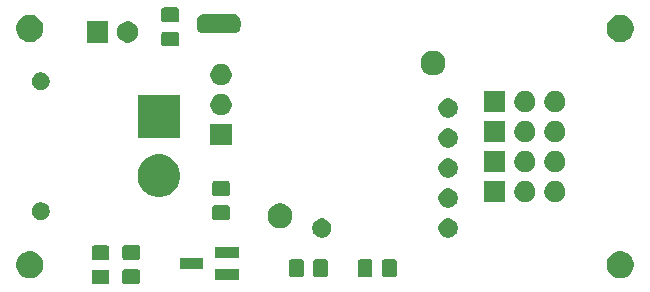
<source format=gts>
G04 #@! TF.GenerationSoftware,KiCad,Pcbnew,(5.1.5)-3*
G04 #@! TF.CreationDate,2021-10-17T14:13:30-07:00*
G04 #@! TF.ProjectId,pololu_regulator_breakout,706f6c6f-6c75-45f7-9265-67756c61746f,rev?*
G04 #@! TF.SameCoordinates,Original*
G04 #@! TF.FileFunction,Soldermask,Top*
G04 #@! TF.FilePolarity,Negative*
%FSLAX46Y46*%
G04 Gerber Fmt 4.6, Leading zero omitted, Abs format (unit mm)*
G04 Created by KiCad (PCBNEW (5.1.5)-3) date 2021-10-17 14:13:30*
%MOMM*%
%LPD*%
G04 APERTURE LIST*
%ADD10C,0.100000*%
G04 APERTURE END LIST*
D10*
G36*
X126588674Y-90428465D02*
G01*
X126626367Y-90439899D01*
X126661103Y-90458466D01*
X126691548Y-90483452D01*
X126716534Y-90513897D01*
X126735101Y-90548633D01*
X126746535Y-90586326D01*
X126751000Y-90631661D01*
X126751000Y-91468339D01*
X126746535Y-91513674D01*
X126735101Y-91551367D01*
X126716534Y-91586103D01*
X126691548Y-91616548D01*
X126661103Y-91641534D01*
X126626367Y-91660101D01*
X126588674Y-91671535D01*
X126543339Y-91676000D01*
X125456661Y-91676000D01*
X125411326Y-91671535D01*
X125373633Y-91660101D01*
X125338897Y-91641534D01*
X125308452Y-91616548D01*
X125283466Y-91586103D01*
X125264899Y-91551367D01*
X125253465Y-91513674D01*
X125249000Y-91468339D01*
X125249000Y-90631661D01*
X125253465Y-90586326D01*
X125264899Y-90548633D01*
X125283466Y-90513897D01*
X125308452Y-90483452D01*
X125338897Y-90458466D01*
X125373633Y-90439899D01*
X125411326Y-90428465D01*
X125456661Y-90424000D01*
X126543339Y-90424000D01*
X126588674Y-90428465D01*
G37*
G36*
X129188674Y-90403465D02*
G01*
X129226367Y-90414899D01*
X129261103Y-90433466D01*
X129291548Y-90458452D01*
X129316534Y-90488897D01*
X129335101Y-90523633D01*
X129346535Y-90561326D01*
X129351000Y-90606661D01*
X129351000Y-91443339D01*
X129346535Y-91488674D01*
X129335101Y-91526367D01*
X129316534Y-91561103D01*
X129291548Y-91591548D01*
X129261103Y-91616534D01*
X129226367Y-91635101D01*
X129188674Y-91646535D01*
X129143339Y-91651000D01*
X128056661Y-91651000D01*
X128011326Y-91646535D01*
X127973633Y-91635101D01*
X127938897Y-91616534D01*
X127908452Y-91591548D01*
X127883466Y-91561103D01*
X127864899Y-91526367D01*
X127853465Y-91488674D01*
X127849000Y-91443339D01*
X127849000Y-90606661D01*
X127853465Y-90561326D01*
X127864899Y-90523633D01*
X127883466Y-90488897D01*
X127908452Y-90458452D01*
X127938897Y-90433466D01*
X127973633Y-90414899D01*
X128011326Y-90403465D01*
X128056661Y-90399000D01*
X129143339Y-90399000D01*
X129188674Y-90403465D01*
G37*
G36*
X137701000Y-91301000D02*
G01*
X135699000Y-91301000D01*
X135699000Y-90399000D01*
X137701000Y-90399000D01*
X137701000Y-91301000D01*
G37*
G36*
X170224549Y-88871116D02*
G01*
X170335734Y-88893232D01*
X170545203Y-88979997D01*
X170733720Y-89105960D01*
X170894040Y-89266280D01*
X171020003Y-89454797D01*
X171106768Y-89664266D01*
X171151000Y-89886636D01*
X171151000Y-90113364D01*
X171106768Y-90335734D01*
X171020003Y-90545203D01*
X170894040Y-90733720D01*
X170733720Y-90894040D01*
X170545203Y-91020003D01*
X170545202Y-91020004D01*
X170545201Y-91020004D01*
X170508753Y-91035101D01*
X170335734Y-91106768D01*
X170224549Y-91128884D01*
X170113365Y-91151000D01*
X169886635Y-91151000D01*
X169775451Y-91128884D01*
X169664266Y-91106768D01*
X169491247Y-91035101D01*
X169454799Y-91020004D01*
X169454798Y-91020004D01*
X169454797Y-91020003D01*
X169266280Y-90894040D01*
X169105960Y-90733720D01*
X168979997Y-90545203D01*
X168893232Y-90335734D01*
X168849000Y-90113364D01*
X168849000Y-89886636D01*
X168893232Y-89664266D01*
X168979997Y-89454797D01*
X169105960Y-89266280D01*
X169266280Y-89105960D01*
X169454797Y-88979997D01*
X169664266Y-88893232D01*
X169775451Y-88871116D01*
X169886635Y-88849000D01*
X170113365Y-88849000D01*
X170224549Y-88871116D01*
G37*
G36*
X120224549Y-88871116D02*
G01*
X120335734Y-88893232D01*
X120545203Y-88979997D01*
X120733720Y-89105960D01*
X120894040Y-89266280D01*
X121020003Y-89454797D01*
X121106768Y-89664266D01*
X121151000Y-89886636D01*
X121151000Y-90113364D01*
X121106768Y-90335734D01*
X121020003Y-90545203D01*
X120894040Y-90733720D01*
X120733720Y-90894040D01*
X120545203Y-91020003D01*
X120545202Y-91020004D01*
X120545201Y-91020004D01*
X120508753Y-91035101D01*
X120335734Y-91106768D01*
X120224549Y-91128884D01*
X120113365Y-91151000D01*
X119886635Y-91151000D01*
X119775451Y-91128884D01*
X119664266Y-91106768D01*
X119491247Y-91035101D01*
X119454799Y-91020004D01*
X119454798Y-91020004D01*
X119454797Y-91020003D01*
X119266280Y-90894040D01*
X119105960Y-90733720D01*
X118979997Y-90545203D01*
X118893232Y-90335734D01*
X118849000Y-90113364D01*
X118849000Y-89886636D01*
X118893232Y-89664266D01*
X118979997Y-89454797D01*
X119105960Y-89266280D01*
X119266280Y-89105960D01*
X119454797Y-88979997D01*
X119664266Y-88893232D01*
X119775451Y-88871116D01*
X119886635Y-88849000D01*
X120113365Y-88849000D01*
X120224549Y-88871116D01*
G37*
G36*
X150913674Y-89553465D02*
G01*
X150951367Y-89564899D01*
X150986103Y-89583466D01*
X151016548Y-89608452D01*
X151041534Y-89638897D01*
X151060101Y-89673633D01*
X151071535Y-89711326D01*
X151076000Y-89756661D01*
X151076000Y-90843339D01*
X151071535Y-90888674D01*
X151060101Y-90926367D01*
X151041534Y-90961103D01*
X151016548Y-90991548D01*
X150986103Y-91016534D01*
X150951367Y-91035101D01*
X150913674Y-91046535D01*
X150868339Y-91051000D01*
X150031661Y-91051000D01*
X149986326Y-91046535D01*
X149948633Y-91035101D01*
X149913897Y-91016534D01*
X149883452Y-90991548D01*
X149858466Y-90961103D01*
X149839899Y-90926367D01*
X149828465Y-90888674D01*
X149824000Y-90843339D01*
X149824000Y-89756661D01*
X149828465Y-89711326D01*
X149839899Y-89673633D01*
X149858466Y-89638897D01*
X149883452Y-89608452D01*
X149913897Y-89583466D01*
X149948633Y-89564899D01*
X149986326Y-89553465D01*
X150031661Y-89549000D01*
X150868339Y-89549000D01*
X150913674Y-89553465D01*
G37*
G36*
X148863674Y-89553465D02*
G01*
X148901367Y-89564899D01*
X148936103Y-89583466D01*
X148966548Y-89608452D01*
X148991534Y-89638897D01*
X149010101Y-89673633D01*
X149021535Y-89711326D01*
X149026000Y-89756661D01*
X149026000Y-90843339D01*
X149021535Y-90888674D01*
X149010101Y-90926367D01*
X148991534Y-90961103D01*
X148966548Y-90991548D01*
X148936103Y-91016534D01*
X148901367Y-91035101D01*
X148863674Y-91046535D01*
X148818339Y-91051000D01*
X147981661Y-91051000D01*
X147936326Y-91046535D01*
X147898633Y-91035101D01*
X147863897Y-91016534D01*
X147833452Y-90991548D01*
X147808466Y-90961103D01*
X147789899Y-90926367D01*
X147778465Y-90888674D01*
X147774000Y-90843339D01*
X147774000Y-89756661D01*
X147778465Y-89711326D01*
X147789899Y-89673633D01*
X147808466Y-89638897D01*
X147833452Y-89608452D01*
X147863897Y-89583466D01*
X147898633Y-89564899D01*
X147936326Y-89553465D01*
X147981661Y-89549000D01*
X148818339Y-89549000D01*
X148863674Y-89553465D01*
G37*
G36*
X145088674Y-89553465D02*
G01*
X145126367Y-89564899D01*
X145161103Y-89583466D01*
X145191548Y-89608452D01*
X145216534Y-89638897D01*
X145235101Y-89673633D01*
X145246535Y-89711326D01*
X145251000Y-89756661D01*
X145251000Y-90843339D01*
X145246535Y-90888674D01*
X145235101Y-90926367D01*
X145216534Y-90961103D01*
X145191548Y-90991548D01*
X145161103Y-91016534D01*
X145126367Y-91035101D01*
X145088674Y-91046535D01*
X145043339Y-91051000D01*
X144206661Y-91051000D01*
X144161326Y-91046535D01*
X144123633Y-91035101D01*
X144088897Y-91016534D01*
X144058452Y-90991548D01*
X144033466Y-90961103D01*
X144014899Y-90926367D01*
X144003465Y-90888674D01*
X143999000Y-90843339D01*
X143999000Y-89756661D01*
X144003465Y-89711326D01*
X144014899Y-89673633D01*
X144033466Y-89638897D01*
X144058452Y-89608452D01*
X144088897Y-89583466D01*
X144123633Y-89564899D01*
X144161326Y-89553465D01*
X144206661Y-89549000D01*
X145043339Y-89549000D01*
X145088674Y-89553465D01*
G37*
G36*
X143038674Y-89553465D02*
G01*
X143076367Y-89564899D01*
X143111103Y-89583466D01*
X143141548Y-89608452D01*
X143166534Y-89638897D01*
X143185101Y-89673633D01*
X143196535Y-89711326D01*
X143201000Y-89756661D01*
X143201000Y-90843339D01*
X143196535Y-90888674D01*
X143185101Y-90926367D01*
X143166534Y-90961103D01*
X143141548Y-90991548D01*
X143111103Y-91016534D01*
X143076367Y-91035101D01*
X143038674Y-91046535D01*
X142993339Y-91051000D01*
X142156661Y-91051000D01*
X142111326Y-91046535D01*
X142073633Y-91035101D01*
X142038897Y-91016534D01*
X142008452Y-90991548D01*
X141983466Y-90961103D01*
X141964899Y-90926367D01*
X141953465Y-90888674D01*
X141949000Y-90843339D01*
X141949000Y-89756661D01*
X141953465Y-89711326D01*
X141964899Y-89673633D01*
X141983466Y-89638897D01*
X142008452Y-89608452D01*
X142038897Y-89583466D01*
X142073633Y-89564899D01*
X142111326Y-89553465D01*
X142156661Y-89549000D01*
X142993339Y-89549000D01*
X143038674Y-89553465D01*
G37*
G36*
X134701000Y-90351000D02*
G01*
X132699000Y-90351000D01*
X132699000Y-89449000D01*
X134701000Y-89449000D01*
X134701000Y-90351000D01*
G37*
G36*
X126588674Y-88378465D02*
G01*
X126626367Y-88389899D01*
X126661103Y-88408466D01*
X126691548Y-88433452D01*
X126716534Y-88463897D01*
X126735101Y-88498633D01*
X126746535Y-88536326D01*
X126751000Y-88581661D01*
X126751000Y-89418339D01*
X126746535Y-89463674D01*
X126735101Y-89501367D01*
X126716534Y-89536103D01*
X126691548Y-89566548D01*
X126661103Y-89591534D01*
X126626367Y-89610101D01*
X126588674Y-89621535D01*
X126543339Y-89626000D01*
X125456661Y-89626000D01*
X125411326Y-89621535D01*
X125373633Y-89610101D01*
X125338897Y-89591534D01*
X125308452Y-89566548D01*
X125283466Y-89536103D01*
X125264899Y-89501367D01*
X125253465Y-89463674D01*
X125249000Y-89418339D01*
X125249000Y-88581661D01*
X125253465Y-88536326D01*
X125264899Y-88498633D01*
X125283466Y-88463897D01*
X125308452Y-88433452D01*
X125338897Y-88408466D01*
X125373633Y-88389899D01*
X125411326Y-88378465D01*
X125456661Y-88374000D01*
X126543339Y-88374000D01*
X126588674Y-88378465D01*
G37*
G36*
X129188674Y-88353465D02*
G01*
X129226367Y-88364899D01*
X129261103Y-88383466D01*
X129291548Y-88408452D01*
X129316534Y-88438897D01*
X129335101Y-88473633D01*
X129346535Y-88511326D01*
X129351000Y-88556661D01*
X129351000Y-89393339D01*
X129346535Y-89438674D01*
X129335101Y-89476367D01*
X129316534Y-89511103D01*
X129291548Y-89541548D01*
X129261103Y-89566534D01*
X129226367Y-89585101D01*
X129188674Y-89596535D01*
X129143339Y-89601000D01*
X128056661Y-89601000D01*
X128011326Y-89596535D01*
X127973633Y-89585101D01*
X127938897Y-89566534D01*
X127908452Y-89541548D01*
X127883466Y-89511103D01*
X127864899Y-89476367D01*
X127853465Y-89438674D01*
X127849000Y-89393339D01*
X127849000Y-88556661D01*
X127853465Y-88511326D01*
X127864899Y-88473633D01*
X127883466Y-88438897D01*
X127908452Y-88408452D01*
X127938897Y-88383466D01*
X127973633Y-88364899D01*
X128011326Y-88353465D01*
X128056661Y-88349000D01*
X129143339Y-88349000D01*
X129188674Y-88353465D01*
G37*
G36*
X137701000Y-89401000D02*
G01*
X135699000Y-89401000D01*
X135699000Y-88499000D01*
X137701000Y-88499000D01*
X137701000Y-89401000D01*
G37*
G36*
X155659742Y-86116722D02*
G01*
X155807701Y-86178009D01*
X155940855Y-86266979D01*
X156054101Y-86380225D01*
X156143071Y-86513379D01*
X156204358Y-86661338D01*
X156235600Y-86818405D01*
X156235600Y-86978555D01*
X156204358Y-87135622D01*
X156143071Y-87283581D01*
X156054101Y-87416735D01*
X155940855Y-87529981D01*
X155807701Y-87618951D01*
X155659742Y-87680238D01*
X155502675Y-87711480D01*
X155342525Y-87711480D01*
X155185458Y-87680238D01*
X155037499Y-87618951D01*
X154904345Y-87529981D01*
X154791099Y-87416735D01*
X154702129Y-87283581D01*
X154640842Y-87135622D01*
X154609600Y-86978555D01*
X154609600Y-86818405D01*
X154640842Y-86661338D01*
X154702129Y-86513379D01*
X154791099Y-86380225D01*
X154904345Y-86266979D01*
X155037499Y-86178009D01*
X155185458Y-86116722D01*
X155342525Y-86085480D01*
X155502675Y-86085480D01*
X155659742Y-86116722D01*
G37*
G36*
X144969742Y-86116722D02*
G01*
X145117701Y-86178009D01*
X145250855Y-86266979D01*
X145364101Y-86380225D01*
X145453071Y-86513379D01*
X145514358Y-86661338D01*
X145545600Y-86818405D01*
X145545600Y-86978555D01*
X145514358Y-87135622D01*
X145453071Y-87283581D01*
X145364101Y-87416735D01*
X145250855Y-87529981D01*
X145117701Y-87618951D01*
X144969742Y-87680238D01*
X144812675Y-87711480D01*
X144652525Y-87711480D01*
X144495458Y-87680238D01*
X144347499Y-87618951D01*
X144214345Y-87529981D01*
X144101099Y-87416735D01*
X144012129Y-87283581D01*
X143950842Y-87135622D01*
X143919600Y-86978555D01*
X143919600Y-86818405D01*
X143950842Y-86661338D01*
X144012129Y-86513379D01*
X144101099Y-86380225D01*
X144214345Y-86266979D01*
X144347499Y-86178009D01*
X144495458Y-86116722D01*
X144652525Y-86085480D01*
X144812675Y-86085480D01*
X144969742Y-86116722D01*
G37*
G36*
X141499164Y-84857869D02*
G01*
X141690433Y-84937095D01*
X141690435Y-84937096D01*
X141776672Y-84994718D01*
X141862573Y-85052115D01*
X142008965Y-85198507D01*
X142123985Y-85370647D01*
X142203211Y-85561916D01*
X142243600Y-85764964D01*
X142243600Y-85971996D01*
X142203211Y-86175044D01*
X142123985Y-86366313D01*
X142123984Y-86366315D01*
X142008965Y-86538453D01*
X141862573Y-86684845D01*
X141690435Y-86799864D01*
X141690434Y-86799865D01*
X141690433Y-86799865D01*
X141499164Y-86879091D01*
X141296116Y-86919480D01*
X141089084Y-86919480D01*
X140886036Y-86879091D01*
X140694767Y-86799865D01*
X140694766Y-86799865D01*
X140694765Y-86799864D01*
X140522627Y-86684845D01*
X140376235Y-86538453D01*
X140261216Y-86366315D01*
X140261215Y-86366313D01*
X140181989Y-86175044D01*
X140141600Y-85971996D01*
X140141600Y-85764964D01*
X140181989Y-85561916D01*
X140261215Y-85370647D01*
X140376235Y-85198507D01*
X140522627Y-85052115D01*
X140608528Y-84994718D01*
X140694765Y-84937096D01*
X140694767Y-84937095D01*
X140886036Y-84857869D01*
X141089084Y-84817480D01*
X141296116Y-84817480D01*
X141499164Y-84857869D01*
G37*
G36*
X136788674Y-84978465D02*
G01*
X136826367Y-84989899D01*
X136861103Y-85008466D01*
X136891548Y-85033452D01*
X136916534Y-85063897D01*
X136935101Y-85098633D01*
X136946535Y-85136326D01*
X136951000Y-85181661D01*
X136951000Y-86018339D01*
X136946535Y-86063674D01*
X136935101Y-86101367D01*
X136916534Y-86136103D01*
X136891548Y-86166548D01*
X136861103Y-86191534D01*
X136826367Y-86210101D01*
X136788674Y-86221535D01*
X136743339Y-86226000D01*
X135656661Y-86226000D01*
X135611326Y-86221535D01*
X135573633Y-86210101D01*
X135538897Y-86191534D01*
X135508452Y-86166548D01*
X135483466Y-86136103D01*
X135464899Y-86101367D01*
X135453465Y-86063674D01*
X135449000Y-86018339D01*
X135449000Y-85181661D01*
X135453465Y-85136326D01*
X135464899Y-85098633D01*
X135483466Y-85063897D01*
X135508452Y-85033452D01*
X135538897Y-85008466D01*
X135573633Y-84989899D01*
X135611326Y-84978465D01*
X135656661Y-84974000D01*
X136743339Y-84974000D01*
X136788674Y-84978465D01*
G37*
G36*
X121134542Y-84743580D02*
G01*
X121156059Y-84747860D01*
X121292732Y-84804472D01*
X121415735Y-84886660D01*
X121520340Y-84991265D01*
X121602528Y-85114268D01*
X121659140Y-85250941D01*
X121688000Y-85396033D01*
X121688000Y-85543967D01*
X121659140Y-85689059D01*
X121602528Y-85825732D01*
X121520340Y-85948735D01*
X121415735Y-86053340D01*
X121292732Y-86135528D01*
X121292731Y-86135529D01*
X121292730Y-86135529D01*
X121156059Y-86192140D01*
X121010968Y-86221000D01*
X120863032Y-86221000D01*
X120717941Y-86192140D01*
X120581270Y-86135529D01*
X120581269Y-86135529D01*
X120581268Y-86135528D01*
X120458265Y-86053340D01*
X120353660Y-85948735D01*
X120271472Y-85825732D01*
X120214860Y-85689059D01*
X120186000Y-85543967D01*
X120186000Y-85396033D01*
X120214860Y-85250941D01*
X120271472Y-85114268D01*
X120353660Y-84991265D01*
X120458265Y-84886660D01*
X120581268Y-84804472D01*
X120717941Y-84747860D01*
X120739458Y-84743580D01*
X120863032Y-84719000D01*
X121010968Y-84719000D01*
X121134542Y-84743580D01*
G37*
G36*
X155659742Y-83576722D02*
G01*
X155807701Y-83638009D01*
X155940855Y-83726979D01*
X156054101Y-83840225D01*
X156143071Y-83973379D01*
X156204358Y-84121338D01*
X156235600Y-84278405D01*
X156235600Y-84438555D01*
X156204358Y-84595622D01*
X156143071Y-84743581D01*
X156054101Y-84876735D01*
X155940855Y-84989981D01*
X155807701Y-85078951D01*
X155659742Y-85140238D01*
X155502675Y-85171480D01*
X155342525Y-85171480D01*
X155185458Y-85140238D01*
X155037499Y-85078951D01*
X154904345Y-84989981D01*
X154791099Y-84876735D01*
X154702129Y-84743581D01*
X154640842Y-84595622D01*
X154609600Y-84438555D01*
X154609600Y-84278405D01*
X154640842Y-84121338D01*
X154702129Y-83973379D01*
X154791099Y-83840225D01*
X154904345Y-83726979D01*
X155037499Y-83638009D01*
X155185458Y-83576722D01*
X155342525Y-83545480D01*
X155502675Y-83545480D01*
X155659742Y-83576722D01*
G37*
G36*
X164578512Y-82923927D02*
G01*
X164727812Y-82953624D01*
X164891784Y-83021544D01*
X165039354Y-83120147D01*
X165164853Y-83245646D01*
X165263456Y-83393216D01*
X165331376Y-83557188D01*
X165366000Y-83731259D01*
X165366000Y-83908741D01*
X165331376Y-84082812D01*
X165263456Y-84246784D01*
X165164853Y-84394354D01*
X165039354Y-84519853D01*
X164891784Y-84618456D01*
X164727812Y-84686376D01*
X164578512Y-84716073D01*
X164553742Y-84721000D01*
X164376258Y-84721000D01*
X164351488Y-84716073D01*
X164202188Y-84686376D01*
X164038216Y-84618456D01*
X163890646Y-84519853D01*
X163765147Y-84394354D01*
X163666544Y-84246784D01*
X163598624Y-84082812D01*
X163564000Y-83908741D01*
X163564000Y-83731259D01*
X163598624Y-83557188D01*
X163666544Y-83393216D01*
X163765147Y-83245646D01*
X163890646Y-83120147D01*
X164038216Y-83021544D01*
X164202188Y-82953624D01*
X164351488Y-82923927D01*
X164376258Y-82919000D01*
X164553742Y-82919000D01*
X164578512Y-82923927D01*
G37*
G36*
X162038512Y-82923927D02*
G01*
X162187812Y-82953624D01*
X162351784Y-83021544D01*
X162499354Y-83120147D01*
X162624853Y-83245646D01*
X162723456Y-83393216D01*
X162791376Y-83557188D01*
X162826000Y-83731259D01*
X162826000Y-83908741D01*
X162791376Y-84082812D01*
X162723456Y-84246784D01*
X162624853Y-84394354D01*
X162499354Y-84519853D01*
X162351784Y-84618456D01*
X162187812Y-84686376D01*
X162038512Y-84716073D01*
X162013742Y-84721000D01*
X161836258Y-84721000D01*
X161811488Y-84716073D01*
X161662188Y-84686376D01*
X161498216Y-84618456D01*
X161350646Y-84519853D01*
X161225147Y-84394354D01*
X161126544Y-84246784D01*
X161058624Y-84082812D01*
X161024000Y-83908741D01*
X161024000Y-83731259D01*
X161058624Y-83557188D01*
X161126544Y-83393216D01*
X161225147Y-83245646D01*
X161350646Y-83120147D01*
X161498216Y-83021544D01*
X161662188Y-82953624D01*
X161811488Y-82923927D01*
X161836258Y-82919000D01*
X162013742Y-82919000D01*
X162038512Y-82923927D01*
G37*
G36*
X160286000Y-84721000D02*
G01*
X158484000Y-84721000D01*
X158484000Y-82919000D01*
X160286000Y-82919000D01*
X160286000Y-84721000D01*
G37*
G36*
X131462331Y-80738211D02*
G01*
X131790092Y-80873974D01*
X132085070Y-81071072D01*
X132335928Y-81321930D01*
X132533026Y-81616908D01*
X132668789Y-81944669D01*
X132738000Y-82292616D01*
X132738000Y-82647384D01*
X132668789Y-82995331D01*
X132533026Y-83323092D01*
X132335928Y-83618070D01*
X132085070Y-83868928D01*
X131790092Y-84066026D01*
X131462331Y-84201789D01*
X131114384Y-84271000D01*
X130759616Y-84271000D01*
X130411669Y-84201789D01*
X130083908Y-84066026D01*
X129788930Y-83868928D01*
X129538072Y-83618070D01*
X129340974Y-83323092D01*
X129205211Y-82995331D01*
X129136000Y-82647384D01*
X129136000Y-82292616D01*
X129205211Y-81944669D01*
X129340974Y-81616908D01*
X129538072Y-81321930D01*
X129788930Y-81071072D01*
X130083908Y-80873974D01*
X130411669Y-80738211D01*
X130759616Y-80669000D01*
X131114384Y-80669000D01*
X131462331Y-80738211D01*
G37*
G36*
X136788674Y-82928465D02*
G01*
X136826367Y-82939899D01*
X136861103Y-82958466D01*
X136891548Y-82983452D01*
X136916534Y-83013897D01*
X136935101Y-83048633D01*
X136946535Y-83086326D01*
X136951000Y-83131661D01*
X136951000Y-83968339D01*
X136946535Y-84013674D01*
X136935101Y-84051367D01*
X136916534Y-84086103D01*
X136891548Y-84116548D01*
X136861103Y-84141534D01*
X136826367Y-84160101D01*
X136788674Y-84171535D01*
X136743339Y-84176000D01*
X135656661Y-84176000D01*
X135611326Y-84171535D01*
X135573633Y-84160101D01*
X135538897Y-84141534D01*
X135508452Y-84116548D01*
X135483466Y-84086103D01*
X135464899Y-84051367D01*
X135453465Y-84013674D01*
X135449000Y-83968339D01*
X135449000Y-83131661D01*
X135453465Y-83086326D01*
X135464899Y-83048633D01*
X135483466Y-83013897D01*
X135508452Y-82983452D01*
X135538897Y-82958466D01*
X135573633Y-82939899D01*
X135611326Y-82928465D01*
X135656661Y-82924000D01*
X136743339Y-82924000D01*
X136788674Y-82928465D01*
G37*
G36*
X155659742Y-81036722D02*
G01*
X155807701Y-81098009D01*
X155940855Y-81186979D01*
X156054101Y-81300225D01*
X156143071Y-81433379D01*
X156204358Y-81581338D01*
X156235600Y-81738405D01*
X156235600Y-81898555D01*
X156204358Y-82055622D01*
X156143071Y-82203581D01*
X156054101Y-82336735D01*
X155940855Y-82449981D01*
X155807701Y-82538951D01*
X155659742Y-82600238D01*
X155502675Y-82631480D01*
X155342525Y-82631480D01*
X155185458Y-82600238D01*
X155037499Y-82538951D01*
X154904345Y-82449981D01*
X154791099Y-82336735D01*
X154702129Y-82203581D01*
X154640842Y-82055622D01*
X154609600Y-81898555D01*
X154609600Y-81738405D01*
X154640842Y-81581338D01*
X154702129Y-81433379D01*
X154791099Y-81300225D01*
X154904345Y-81186979D01*
X155037499Y-81098009D01*
X155185458Y-81036722D01*
X155342525Y-81005480D01*
X155502675Y-81005480D01*
X155659742Y-81036722D01*
G37*
G36*
X164578512Y-80383927D02*
G01*
X164727812Y-80413624D01*
X164891784Y-80481544D01*
X165039354Y-80580147D01*
X165164853Y-80705646D01*
X165263456Y-80853216D01*
X165331376Y-81017188D01*
X165366000Y-81191259D01*
X165366000Y-81368741D01*
X165331376Y-81542812D01*
X165263456Y-81706784D01*
X165164853Y-81854354D01*
X165039354Y-81979853D01*
X164891784Y-82078456D01*
X164727812Y-82146376D01*
X164578512Y-82176073D01*
X164553742Y-82181000D01*
X164376258Y-82181000D01*
X164351488Y-82176073D01*
X164202188Y-82146376D01*
X164038216Y-82078456D01*
X163890646Y-81979853D01*
X163765147Y-81854354D01*
X163666544Y-81706784D01*
X163598624Y-81542812D01*
X163564000Y-81368741D01*
X163564000Y-81191259D01*
X163598624Y-81017188D01*
X163666544Y-80853216D01*
X163765147Y-80705646D01*
X163890646Y-80580147D01*
X164038216Y-80481544D01*
X164202188Y-80413624D01*
X164351488Y-80383927D01*
X164376258Y-80379000D01*
X164553742Y-80379000D01*
X164578512Y-80383927D01*
G37*
G36*
X160286000Y-82181000D02*
G01*
X158484000Y-82181000D01*
X158484000Y-80379000D01*
X160286000Y-80379000D01*
X160286000Y-82181000D01*
G37*
G36*
X162038512Y-80383927D02*
G01*
X162187812Y-80413624D01*
X162351784Y-80481544D01*
X162499354Y-80580147D01*
X162624853Y-80705646D01*
X162723456Y-80853216D01*
X162791376Y-81017188D01*
X162826000Y-81191259D01*
X162826000Y-81368741D01*
X162791376Y-81542812D01*
X162723456Y-81706784D01*
X162624853Y-81854354D01*
X162499354Y-81979853D01*
X162351784Y-82078456D01*
X162187812Y-82146376D01*
X162038512Y-82176073D01*
X162013742Y-82181000D01*
X161836258Y-82181000D01*
X161811488Y-82176073D01*
X161662188Y-82146376D01*
X161498216Y-82078456D01*
X161350646Y-81979853D01*
X161225147Y-81854354D01*
X161126544Y-81706784D01*
X161058624Y-81542812D01*
X161024000Y-81368741D01*
X161024000Y-81191259D01*
X161058624Y-81017188D01*
X161126544Y-80853216D01*
X161225147Y-80705646D01*
X161350646Y-80580147D01*
X161498216Y-80481544D01*
X161662188Y-80413624D01*
X161811488Y-80383927D01*
X161836258Y-80379000D01*
X162013742Y-80379000D01*
X162038512Y-80383927D01*
G37*
G36*
X155659742Y-78496722D02*
G01*
X155807701Y-78558009D01*
X155940855Y-78646979D01*
X156054101Y-78760225D01*
X156143071Y-78893379D01*
X156204358Y-79041338D01*
X156235600Y-79198405D01*
X156235600Y-79358555D01*
X156204358Y-79515622D01*
X156143071Y-79663581D01*
X156054101Y-79796735D01*
X155940855Y-79909981D01*
X155807701Y-79998951D01*
X155659742Y-80060238D01*
X155502675Y-80091480D01*
X155342525Y-80091480D01*
X155185458Y-80060238D01*
X155037499Y-79998951D01*
X154904345Y-79909981D01*
X154791099Y-79796735D01*
X154702129Y-79663581D01*
X154640842Y-79515622D01*
X154609600Y-79358555D01*
X154609600Y-79198405D01*
X154640842Y-79041338D01*
X154702129Y-78893379D01*
X154791099Y-78760225D01*
X154904345Y-78646979D01*
X155037499Y-78558009D01*
X155185458Y-78496722D01*
X155342525Y-78465480D01*
X155502675Y-78465480D01*
X155659742Y-78496722D01*
G37*
G36*
X137101000Y-79901000D02*
G01*
X135299000Y-79901000D01*
X135299000Y-78099000D01*
X137101000Y-78099000D01*
X137101000Y-79901000D01*
G37*
G36*
X164578512Y-77843927D02*
G01*
X164727812Y-77873624D01*
X164891784Y-77941544D01*
X165039354Y-78040147D01*
X165164853Y-78165646D01*
X165263456Y-78313216D01*
X165331376Y-78477188D01*
X165366000Y-78651259D01*
X165366000Y-78828741D01*
X165331376Y-79002812D01*
X165263456Y-79166784D01*
X165164853Y-79314354D01*
X165039354Y-79439853D01*
X164891784Y-79538456D01*
X164727812Y-79606376D01*
X164578512Y-79636073D01*
X164553742Y-79641000D01*
X164376258Y-79641000D01*
X164351488Y-79636073D01*
X164202188Y-79606376D01*
X164038216Y-79538456D01*
X163890646Y-79439853D01*
X163765147Y-79314354D01*
X163666544Y-79166784D01*
X163598624Y-79002812D01*
X163564000Y-78828741D01*
X163564000Y-78651259D01*
X163598624Y-78477188D01*
X163666544Y-78313216D01*
X163765147Y-78165646D01*
X163890646Y-78040147D01*
X164038216Y-77941544D01*
X164202188Y-77873624D01*
X164351488Y-77843927D01*
X164376258Y-77839000D01*
X164553742Y-77839000D01*
X164578512Y-77843927D01*
G37*
G36*
X162038512Y-77843927D02*
G01*
X162187812Y-77873624D01*
X162351784Y-77941544D01*
X162499354Y-78040147D01*
X162624853Y-78165646D01*
X162723456Y-78313216D01*
X162791376Y-78477188D01*
X162826000Y-78651259D01*
X162826000Y-78828741D01*
X162791376Y-79002812D01*
X162723456Y-79166784D01*
X162624853Y-79314354D01*
X162499354Y-79439853D01*
X162351784Y-79538456D01*
X162187812Y-79606376D01*
X162038512Y-79636073D01*
X162013742Y-79641000D01*
X161836258Y-79641000D01*
X161811488Y-79636073D01*
X161662188Y-79606376D01*
X161498216Y-79538456D01*
X161350646Y-79439853D01*
X161225147Y-79314354D01*
X161126544Y-79166784D01*
X161058624Y-79002812D01*
X161024000Y-78828741D01*
X161024000Y-78651259D01*
X161058624Y-78477188D01*
X161126544Y-78313216D01*
X161225147Y-78165646D01*
X161350646Y-78040147D01*
X161498216Y-77941544D01*
X161662188Y-77873624D01*
X161811488Y-77843927D01*
X161836258Y-77839000D01*
X162013742Y-77839000D01*
X162038512Y-77843927D01*
G37*
G36*
X160286000Y-79641000D02*
G01*
X158484000Y-79641000D01*
X158484000Y-77839000D01*
X160286000Y-77839000D01*
X160286000Y-79641000D01*
G37*
G36*
X132738000Y-79271000D02*
G01*
X129136000Y-79271000D01*
X129136000Y-75669000D01*
X132738000Y-75669000D01*
X132738000Y-79271000D01*
G37*
G36*
X155659742Y-75956722D02*
G01*
X155807701Y-76018009D01*
X155940855Y-76106979D01*
X156054101Y-76220225D01*
X156143071Y-76353379D01*
X156204358Y-76501338D01*
X156235600Y-76658405D01*
X156235600Y-76818555D01*
X156204358Y-76975622D01*
X156143071Y-77123581D01*
X156054101Y-77256735D01*
X155940855Y-77369981D01*
X155807701Y-77458951D01*
X155659742Y-77520238D01*
X155502675Y-77551480D01*
X155342525Y-77551480D01*
X155185458Y-77520238D01*
X155037499Y-77458951D01*
X154904345Y-77369981D01*
X154791099Y-77256735D01*
X154702129Y-77123581D01*
X154640842Y-76975622D01*
X154609600Y-76818555D01*
X154609600Y-76658405D01*
X154640842Y-76501338D01*
X154702129Y-76353379D01*
X154791099Y-76220225D01*
X154904345Y-76106979D01*
X155037499Y-76018009D01*
X155185458Y-75956722D01*
X155342525Y-75925480D01*
X155502675Y-75925480D01*
X155659742Y-75956722D01*
G37*
G36*
X136313512Y-75563927D02*
G01*
X136462812Y-75593624D01*
X136626784Y-75661544D01*
X136774354Y-75760147D01*
X136899853Y-75885646D01*
X136998456Y-76033216D01*
X137066376Y-76197188D01*
X137101000Y-76371259D01*
X137101000Y-76548741D01*
X137066376Y-76722812D01*
X136998456Y-76886784D01*
X136899853Y-77034354D01*
X136774354Y-77159853D01*
X136626784Y-77258456D01*
X136462812Y-77326376D01*
X136313512Y-77356073D01*
X136288742Y-77361000D01*
X136111258Y-77361000D01*
X136086488Y-77356073D01*
X135937188Y-77326376D01*
X135773216Y-77258456D01*
X135625646Y-77159853D01*
X135500147Y-77034354D01*
X135401544Y-76886784D01*
X135333624Y-76722812D01*
X135299000Y-76548741D01*
X135299000Y-76371259D01*
X135333624Y-76197188D01*
X135401544Y-76033216D01*
X135500147Y-75885646D01*
X135625646Y-75760147D01*
X135773216Y-75661544D01*
X135937188Y-75593624D01*
X136086488Y-75563927D01*
X136111258Y-75559000D01*
X136288742Y-75559000D01*
X136313512Y-75563927D01*
G37*
G36*
X164578512Y-75303927D02*
G01*
X164727812Y-75333624D01*
X164891784Y-75401544D01*
X165039354Y-75500147D01*
X165164853Y-75625646D01*
X165263456Y-75773216D01*
X165331376Y-75937188D01*
X165366000Y-76111259D01*
X165366000Y-76288741D01*
X165331376Y-76462812D01*
X165263456Y-76626784D01*
X165164853Y-76774354D01*
X165039354Y-76899853D01*
X164891784Y-76998456D01*
X164727812Y-77066376D01*
X164578512Y-77096073D01*
X164553742Y-77101000D01*
X164376258Y-77101000D01*
X164351488Y-77096073D01*
X164202188Y-77066376D01*
X164038216Y-76998456D01*
X163890646Y-76899853D01*
X163765147Y-76774354D01*
X163666544Y-76626784D01*
X163598624Y-76462812D01*
X163564000Y-76288741D01*
X163564000Y-76111259D01*
X163598624Y-75937188D01*
X163666544Y-75773216D01*
X163765147Y-75625646D01*
X163890646Y-75500147D01*
X164038216Y-75401544D01*
X164202188Y-75333624D01*
X164351488Y-75303927D01*
X164376258Y-75299000D01*
X164553742Y-75299000D01*
X164578512Y-75303927D01*
G37*
G36*
X162038512Y-75303927D02*
G01*
X162187812Y-75333624D01*
X162351784Y-75401544D01*
X162499354Y-75500147D01*
X162624853Y-75625646D01*
X162723456Y-75773216D01*
X162791376Y-75937188D01*
X162826000Y-76111259D01*
X162826000Y-76288741D01*
X162791376Y-76462812D01*
X162723456Y-76626784D01*
X162624853Y-76774354D01*
X162499354Y-76899853D01*
X162351784Y-76998456D01*
X162187812Y-77066376D01*
X162038512Y-77096073D01*
X162013742Y-77101000D01*
X161836258Y-77101000D01*
X161811488Y-77096073D01*
X161662188Y-77066376D01*
X161498216Y-76998456D01*
X161350646Y-76899853D01*
X161225147Y-76774354D01*
X161126544Y-76626784D01*
X161058624Y-76462812D01*
X161024000Y-76288741D01*
X161024000Y-76111259D01*
X161058624Y-75937188D01*
X161126544Y-75773216D01*
X161225147Y-75625646D01*
X161350646Y-75500147D01*
X161498216Y-75401544D01*
X161662188Y-75333624D01*
X161811488Y-75303927D01*
X161836258Y-75299000D01*
X162013742Y-75299000D01*
X162038512Y-75303927D01*
G37*
G36*
X160286000Y-77101000D02*
G01*
X158484000Y-77101000D01*
X158484000Y-75299000D01*
X160286000Y-75299000D01*
X160286000Y-77101000D01*
G37*
G36*
X121140901Y-73744845D02*
G01*
X121156059Y-73747860D01*
X121292732Y-73804472D01*
X121415735Y-73886660D01*
X121520340Y-73991265D01*
X121602528Y-74114268D01*
X121659140Y-74250941D01*
X121688000Y-74396033D01*
X121688000Y-74543967D01*
X121659140Y-74689059D01*
X121602528Y-74825732D01*
X121520340Y-74948735D01*
X121415735Y-75053340D01*
X121292732Y-75135528D01*
X121292731Y-75135529D01*
X121292730Y-75135529D01*
X121156059Y-75192140D01*
X121010968Y-75221000D01*
X120863032Y-75221000D01*
X120717941Y-75192140D01*
X120581270Y-75135529D01*
X120581269Y-75135529D01*
X120581268Y-75135528D01*
X120458265Y-75053340D01*
X120353660Y-74948735D01*
X120271472Y-74825732D01*
X120214860Y-74689059D01*
X120186000Y-74543967D01*
X120186000Y-74396033D01*
X120214860Y-74250941D01*
X120271472Y-74114268D01*
X120353660Y-73991265D01*
X120458265Y-73886660D01*
X120581268Y-73804472D01*
X120717941Y-73747860D01*
X120733099Y-73744845D01*
X120863032Y-73719000D01*
X121010968Y-73719000D01*
X121140901Y-73744845D01*
G37*
G36*
X136313512Y-73023927D02*
G01*
X136462812Y-73053624D01*
X136626784Y-73121544D01*
X136774354Y-73220147D01*
X136899853Y-73345646D01*
X136998456Y-73493216D01*
X137066376Y-73657188D01*
X137101000Y-73831259D01*
X137101000Y-74008741D01*
X137066376Y-74182812D01*
X136998456Y-74346784D01*
X136899853Y-74494354D01*
X136774354Y-74619853D01*
X136626784Y-74718456D01*
X136462812Y-74786376D01*
X136313512Y-74816073D01*
X136288742Y-74821000D01*
X136111258Y-74821000D01*
X136086488Y-74816073D01*
X135937188Y-74786376D01*
X135773216Y-74718456D01*
X135625646Y-74619853D01*
X135500147Y-74494354D01*
X135401544Y-74346784D01*
X135333624Y-74182812D01*
X135299000Y-74008741D01*
X135299000Y-73831259D01*
X135333624Y-73657188D01*
X135401544Y-73493216D01*
X135500147Y-73345646D01*
X135625646Y-73220147D01*
X135773216Y-73121544D01*
X135937188Y-73053624D01*
X136086488Y-73023927D01*
X136111258Y-73019000D01*
X136288742Y-73019000D01*
X136313512Y-73023927D01*
G37*
G36*
X154459164Y-71917869D02*
G01*
X154650433Y-71997095D01*
X154650435Y-71997096D01*
X154822573Y-72112115D01*
X154968965Y-72258507D01*
X155083985Y-72430647D01*
X155163211Y-72621916D01*
X155203600Y-72824964D01*
X155203600Y-73031996D01*
X155163211Y-73235044D01*
X155117398Y-73345646D01*
X155083984Y-73426315D01*
X154968965Y-73598453D01*
X154822573Y-73744845D01*
X154650435Y-73859864D01*
X154650434Y-73859865D01*
X154650433Y-73859865D01*
X154459164Y-73939091D01*
X154256116Y-73979480D01*
X154049084Y-73979480D01*
X153846036Y-73939091D01*
X153654767Y-73859865D01*
X153654766Y-73859865D01*
X153654765Y-73859864D01*
X153482627Y-73744845D01*
X153336235Y-73598453D01*
X153221216Y-73426315D01*
X153187802Y-73345646D01*
X153141989Y-73235044D01*
X153101600Y-73031996D01*
X153101600Y-72824964D01*
X153141989Y-72621916D01*
X153221215Y-72430647D01*
X153336235Y-72258507D01*
X153482627Y-72112115D01*
X153654765Y-71997096D01*
X153654767Y-71997095D01*
X153846036Y-71917869D01*
X154049084Y-71877480D01*
X154256116Y-71877480D01*
X154459164Y-71917869D01*
G37*
G36*
X132488674Y-70278465D02*
G01*
X132526367Y-70289899D01*
X132561103Y-70308466D01*
X132591548Y-70333452D01*
X132616534Y-70363897D01*
X132635101Y-70398633D01*
X132646535Y-70436326D01*
X132651000Y-70481661D01*
X132651000Y-71318339D01*
X132646535Y-71363674D01*
X132635101Y-71401367D01*
X132616534Y-71436103D01*
X132591548Y-71466548D01*
X132561103Y-71491534D01*
X132526367Y-71510101D01*
X132488674Y-71521535D01*
X132443339Y-71526000D01*
X131356661Y-71526000D01*
X131311326Y-71521535D01*
X131273633Y-71510101D01*
X131238897Y-71491534D01*
X131208452Y-71466548D01*
X131183466Y-71436103D01*
X131164899Y-71401367D01*
X131153465Y-71363674D01*
X131149000Y-71318339D01*
X131149000Y-70481661D01*
X131153465Y-70436326D01*
X131164899Y-70398633D01*
X131183466Y-70363897D01*
X131208452Y-70333452D01*
X131238897Y-70308466D01*
X131273633Y-70289899D01*
X131311326Y-70278465D01*
X131356661Y-70274000D01*
X132443339Y-70274000D01*
X132488674Y-70278465D01*
G37*
G36*
X128413512Y-69403927D02*
G01*
X128562812Y-69433624D01*
X128726784Y-69501544D01*
X128874354Y-69600147D01*
X128999853Y-69725646D01*
X129098456Y-69873216D01*
X129166376Y-70037188D01*
X129181528Y-70113365D01*
X129201000Y-70211258D01*
X129201000Y-70388742D01*
X129198392Y-70401852D01*
X129166376Y-70562812D01*
X129098456Y-70726784D01*
X128999853Y-70874354D01*
X128874354Y-70999853D01*
X128726784Y-71098456D01*
X128562812Y-71166376D01*
X128413512Y-71196073D01*
X128388742Y-71201000D01*
X128211258Y-71201000D01*
X128186488Y-71196073D01*
X128037188Y-71166376D01*
X127873216Y-71098456D01*
X127725646Y-70999853D01*
X127600147Y-70874354D01*
X127501544Y-70726784D01*
X127433624Y-70562812D01*
X127401608Y-70401852D01*
X127399000Y-70388742D01*
X127399000Y-70211258D01*
X127418472Y-70113365D01*
X127433624Y-70037188D01*
X127501544Y-69873216D01*
X127600147Y-69725646D01*
X127725646Y-69600147D01*
X127873216Y-69501544D01*
X128037188Y-69433624D01*
X128186488Y-69403927D01*
X128211258Y-69399000D01*
X128388742Y-69399000D01*
X128413512Y-69403927D01*
G37*
G36*
X126661000Y-71201000D02*
G01*
X124859000Y-71201000D01*
X124859000Y-69399000D01*
X126661000Y-69399000D01*
X126661000Y-71201000D01*
G37*
G36*
X170200986Y-68866429D02*
G01*
X170335734Y-68893232D01*
X170545203Y-68979997D01*
X170733720Y-69105960D01*
X170894040Y-69266280D01*
X171005856Y-69433625D01*
X171020004Y-69454799D01*
X171106768Y-69664267D01*
X171146635Y-69864689D01*
X171151000Y-69886636D01*
X171151000Y-70113364D01*
X171106768Y-70335734D01*
X171020003Y-70545203D01*
X170894040Y-70733720D01*
X170733720Y-70894040D01*
X170545203Y-71020003D01*
X170335734Y-71106768D01*
X170224549Y-71128884D01*
X170113365Y-71151000D01*
X169886635Y-71151000D01*
X169775451Y-71128884D01*
X169664266Y-71106768D01*
X169454797Y-71020003D01*
X169266280Y-70894040D01*
X169105960Y-70733720D01*
X168979997Y-70545203D01*
X168893232Y-70335734D01*
X168849000Y-70113364D01*
X168849000Y-69886636D01*
X168853366Y-69864689D01*
X168893232Y-69664267D01*
X168979996Y-69454799D01*
X168994144Y-69433625D01*
X169105960Y-69266280D01*
X169266280Y-69105960D01*
X169454797Y-68979997D01*
X169664266Y-68893232D01*
X169799014Y-68866429D01*
X169886635Y-68849000D01*
X170113365Y-68849000D01*
X170200986Y-68866429D01*
G37*
G36*
X120200986Y-68866429D02*
G01*
X120335734Y-68893232D01*
X120545203Y-68979997D01*
X120733720Y-69105960D01*
X120894040Y-69266280D01*
X121005856Y-69433625D01*
X121020004Y-69454799D01*
X121106768Y-69664267D01*
X121146635Y-69864689D01*
X121151000Y-69886636D01*
X121151000Y-70113364D01*
X121106768Y-70335734D01*
X121020003Y-70545203D01*
X120894040Y-70733720D01*
X120733720Y-70894040D01*
X120545203Y-71020003D01*
X120335734Y-71106768D01*
X120224549Y-71128884D01*
X120113365Y-71151000D01*
X119886635Y-71151000D01*
X119775451Y-71128884D01*
X119664266Y-71106768D01*
X119454797Y-71020003D01*
X119266280Y-70894040D01*
X119105960Y-70733720D01*
X118979997Y-70545203D01*
X118893232Y-70335734D01*
X118849000Y-70113364D01*
X118849000Y-69886636D01*
X118853366Y-69864689D01*
X118893232Y-69664267D01*
X118979996Y-69454799D01*
X118994144Y-69433625D01*
X119105960Y-69266280D01*
X119266280Y-69105960D01*
X119454797Y-68979997D01*
X119664266Y-68893232D01*
X119799014Y-68866429D01*
X119886635Y-68849000D01*
X120113365Y-68849000D01*
X120200986Y-68866429D01*
G37*
G36*
X135259999Y-68799737D02*
G01*
X135274528Y-68804145D01*
X135287711Y-68809606D01*
X135311745Y-68814388D01*
X135336249Y-68814389D01*
X135360282Y-68809609D01*
X135382921Y-68800232D01*
X135384765Y-68799000D01*
X136616050Y-68799000D01*
X136628164Y-68805475D01*
X136651613Y-68812588D01*
X136675999Y-68814990D01*
X136700385Y-68812588D01*
X136723834Y-68805475D01*
X136728746Y-68803152D01*
X136740001Y-68799737D01*
X136756140Y-68798148D01*
X137293861Y-68798148D01*
X137312199Y-68799954D01*
X137324450Y-68800556D01*
X137342869Y-68800556D01*
X137365149Y-68802750D01*
X137449233Y-68819476D01*
X137470660Y-68825976D01*
X137549858Y-68858780D01*
X137555303Y-68861691D01*
X137555309Y-68861693D01*
X137564169Y-68866429D01*
X137564173Y-68866432D01*
X137569614Y-68869340D01*
X137640899Y-68916971D01*
X137658204Y-68931172D01*
X137718828Y-68991796D01*
X137733029Y-69009101D01*
X137780660Y-69080386D01*
X137783568Y-69085827D01*
X137783571Y-69085831D01*
X137788307Y-69094691D01*
X137788309Y-69094697D01*
X137791220Y-69100142D01*
X137824024Y-69179340D01*
X137830524Y-69200767D01*
X137847250Y-69284851D01*
X137849444Y-69307131D01*
X137849444Y-69325550D01*
X137850046Y-69337801D01*
X137851852Y-69356139D01*
X137851852Y-69843862D01*
X137850046Y-69862199D01*
X137849444Y-69874450D01*
X137849444Y-69892869D01*
X137847250Y-69915149D01*
X137830524Y-69999233D01*
X137824024Y-70020660D01*
X137791220Y-70099858D01*
X137788309Y-70105303D01*
X137788307Y-70105309D01*
X137783571Y-70114169D01*
X137783568Y-70114173D01*
X137780660Y-70119614D01*
X137733029Y-70190899D01*
X137718828Y-70208204D01*
X137658204Y-70268828D01*
X137640899Y-70283029D01*
X137569614Y-70330660D01*
X137564173Y-70333568D01*
X137564169Y-70333571D01*
X137555309Y-70338307D01*
X137555303Y-70338309D01*
X137549858Y-70341220D01*
X137470660Y-70374024D01*
X137449233Y-70380524D01*
X137365149Y-70397250D01*
X137342869Y-70399444D01*
X137324450Y-70399444D01*
X137312199Y-70400046D01*
X137293862Y-70401852D01*
X136756140Y-70401852D01*
X136740001Y-70400263D01*
X136725472Y-70395855D01*
X136712289Y-70390394D01*
X136688255Y-70385612D01*
X136663751Y-70385611D01*
X136639718Y-70390391D01*
X136617079Y-70399768D01*
X136615235Y-70401000D01*
X135383950Y-70401000D01*
X135371836Y-70394525D01*
X135348387Y-70387412D01*
X135324001Y-70385010D01*
X135299615Y-70387412D01*
X135276166Y-70394525D01*
X135271254Y-70396848D01*
X135259999Y-70400263D01*
X135243860Y-70401852D01*
X134706138Y-70401852D01*
X134687801Y-70400046D01*
X134675550Y-70399444D01*
X134657131Y-70399444D01*
X134634851Y-70397250D01*
X134550767Y-70380524D01*
X134529340Y-70374024D01*
X134450142Y-70341220D01*
X134444697Y-70338309D01*
X134444691Y-70338307D01*
X134435831Y-70333571D01*
X134435827Y-70333568D01*
X134430386Y-70330660D01*
X134359101Y-70283029D01*
X134341796Y-70268828D01*
X134281172Y-70208204D01*
X134266971Y-70190899D01*
X134219340Y-70119614D01*
X134216432Y-70114173D01*
X134216429Y-70114169D01*
X134211693Y-70105309D01*
X134211691Y-70105303D01*
X134208780Y-70099858D01*
X134175976Y-70020660D01*
X134169476Y-69999233D01*
X134152750Y-69915149D01*
X134150556Y-69892869D01*
X134150556Y-69874450D01*
X134149954Y-69862199D01*
X134148148Y-69843862D01*
X134148148Y-69356139D01*
X134149954Y-69337801D01*
X134150556Y-69325550D01*
X134150556Y-69307131D01*
X134152750Y-69284851D01*
X134169476Y-69200767D01*
X134175976Y-69179340D01*
X134208780Y-69100142D01*
X134211691Y-69094697D01*
X134211693Y-69094691D01*
X134216429Y-69085831D01*
X134216432Y-69085827D01*
X134219340Y-69080386D01*
X134266971Y-69009101D01*
X134281172Y-68991796D01*
X134341796Y-68931172D01*
X134359101Y-68916971D01*
X134430386Y-68869340D01*
X134435827Y-68866432D01*
X134435831Y-68866429D01*
X134444691Y-68861693D01*
X134444697Y-68861691D01*
X134450142Y-68858780D01*
X134529340Y-68825976D01*
X134550767Y-68819476D01*
X134634851Y-68802750D01*
X134657131Y-68800556D01*
X134675550Y-68800556D01*
X134687801Y-68799954D01*
X134706139Y-68798148D01*
X135243860Y-68798148D01*
X135259999Y-68799737D01*
G37*
G36*
X132488674Y-68228465D02*
G01*
X132526367Y-68239899D01*
X132561103Y-68258466D01*
X132591548Y-68283452D01*
X132616534Y-68313897D01*
X132635101Y-68348633D01*
X132646535Y-68386326D01*
X132651000Y-68431661D01*
X132651000Y-69268339D01*
X132646535Y-69313674D01*
X132635101Y-69351367D01*
X132616534Y-69386103D01*
X132591548Y-69416548D01*
X132561103Y-69441534D01*
X132526367Y-69460101D01*
X132488674Y-69471535D01*
X132443339Y-69476000D01*
X131356661Y-69476000D01*
X131311326Y-69471535D01*
X131273633Y-69460101D01*
X131238897Y-69441534D01*
X131208452Y-69416548D01*
X131183466Y-69386103D01*
X131164899Y-69351367D01*
X131153465Y-69313674D01*
X131149000Y-69268339D01*
X131149000Y-68431661D01*
X131153465Y-68386326D01*
X131164899Y-68348633D01*
X131183466Y-68313897D01*
X131208452Y-68283452D01*
X131238897Y-68258466D01*
X131273633Y-68239899D01*
X131311326Y-68228465D01*
X131356661Y-68224000D01*
X132443339Y-68224000D01*
X132488674Y-68228465D01*
G37*
M02*

</source>
